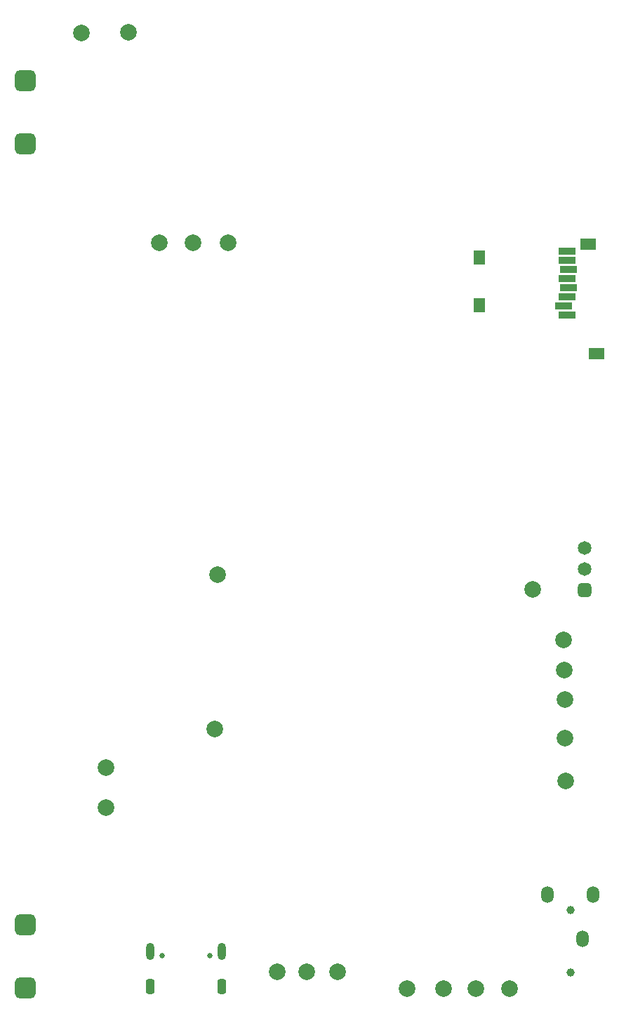
<source format=gbr>
%TF.GenerationSoftware,KiCad,Pcbnew,9.0.0*%
%TF.CreationDate,2025-08-08T14:04:17-04:00*%
%TF.ProjectId,Messages4,4d657373-6167-4657-9334-2e6b69636164,rev?*%
%TF.SameCoordinates,Original*%
%TF.FileFunction,Soldermask,Bot*%
%TF.FilePolarity,Negative*%
%FSLAX46Y46*%
G04 Gerber Fmt 4.6, Leading zero omitted, Abs format (unit mm)*
G04 Created by KiCad (PCBNEW 9.0.0) date 2025-08-08 14:04:17*
%MOMM*%
%LPD*%
G01*
G04 APERTURE LIST*
G04 Aperture macros list*
%AMRoundRect*
0 Rectangle with rounded corners*
0 $1 Rounding radius*
0 $2 $3 $4 $5 $6 $7 $8 $9 X,Y pos of 4 corners*
0 Add a 4 corners polygon primitive as box body*
4,1,4,$2,$3,$4,$5,$6,$7,$8,$9,$2,$3,0*
0 Add four circle primitives for the rounded corners*
1,1,$1+$1,$2,$3*
1,1,$1+$1,$4,$5*
1,1,$1+$1,$6,$7*
1,1,$1+$1,$8,$9*
0 Add four rect primitives between the rounded corners*
20,1,$1+$1,$2,$3,$4,$5,0*
20,1,$1+$1,$4,$5,$6,$7,0*
20,1,$1+$1,$6,$7,$8,$9,0*
20,1,$1+$1,$8,$9,$2,$3,0*%
G04 Aperture macros list end*
%ADD10C,2.000000*%
%ADD11RoundRect,0.635000X-0.635000X-0.635000X0.635000X-0.635000X0.635000X0.635000X-0.635000X0.635000X0*%
%ADD12RoundRect,0.635000X0.635000X0.635000X-0.635000X0.635000X-0.635000X-0.635000X0.635000X-0.635000X0*%
%ADD13RoundRect,0.412500X0.412500X-0.412500X0.412500X0.412500X-0.412500X0.412500X-0.412500X-0.412500X0*%
%ADD14C,1.650000*%
%ADD15C,0.990600*%
%ADD16O,1.498600X2.006600*%
%ADD17C,0.650000*%
%ADD18O,1.000000X2.100000*%
%ADD19RoundRect,0.250000X-0.250000X-0.650000X0.250000X-0.650000X0.250000X0.650000X-0.250000X0.650000X0*%
%ADD20R,1.397000X1.803400*%
%ADD21R,1.905000X1.397000*%
%ADD22R,2.006600X0.812800*%
G04 APERTURE END LIST*
D10*
%TO.C,-OUTL*%
X91175000Y-184500000D03*
%TD*%
%TO.C,-OUTR*%
X95025000Y-184500000D03*
%TD*%
%TO.C,+OUTR*%
X99125000Y-184500000D03*
%TD*%
%TO.C,+OUTL*%
X86750000Y-184500000D03*
%TD*%
%TO.C,OUTL1*%
X105925000Y-159450000D03*
%TD*%
%TO.C,GND1*%
X50400000Y-162675000D03*
%TD*%
%TO.C,5V1*%
X63550000Y-153175000D03*
%TD*%
D11*
%TO.C,F1*%
X40700000Y-184477500D03*
X40700000Y-176857500D03*
D12*
X40695000Y-82582500D03*
X40695000Y-74962500D03*
%TD*%
D13*
%TO.C,RV1*%
X108137500Y-136440000D03*
D14*
X108137500Y-133900000D03*
X108137500Y-131360000D03*
%TD*%
D10*
%TO.C,LRCK1*%
X105700000Y-146075000D03*
%TD*%
%TO.C,DRAIN1*%
X65150000Y-94500000D03*
%TD*%
%TO.C,+5V1*%
X78400000Y-182500000D03*
%TD*%
D15*
%TO.C,J2*%
X106450000Y-182590435D03*
X106450000Y-175090435D03*
D16*
X107950124Y-178490435D03*
X103699942Y-173190433D03*
X109199941Y-173190433D03*
%TD*%
D10*
%TO.C,VBUS1*%
X50400000Y-157850000D03*
%TD*%
%TO.C,OUTR1*%
X105825000Y-154350000D03*
%TD*%
%TO.C,HIV-1*%
X47425000Y-69250000D03*
%TD*%
%TO.C,DOUT1*%
X105650000Y-142500000D03*
%TD*%
%TO.C,BCK1*%
X105800000Y-149675000D03*
%TD*%
%TO.C,STG1*%
X60900000Y-94500000D03*
%TD*%
%TO.C,+3.3V1*%
X63900000Y-134625000D03*
%TD*%
D17*
%TO.C,J1*%
X57210000Y-180570000D03*
X62990000Y-180570000D03*
D18*
X55780000Y-180070000D03*
X64420000Y-180070000D03*
D19*
X55780000Y-184250000D03*
X64420000Y-184250000D03*
%TD*%
D10*
%TO.C,LAMP1*%
X74675000Y-182525000D03*
%TD*%
%TO.C,PWM1*%
X53175000Y-69150000D03*
%TD*%
%TO.C,GND2*%
X71050000Y-182525000D03*
%TD*%
%TO.C,HIV+1*%
X56900000Y-94500000D03*
%TD*%
%TO.C,DAC_MONO1*%
X101925000Y-136400000D03*
%TD*%
D20*
%TO.C,J3*%
X95478399Y-96350000D03*
X95478399Y-102050001D03*
D21*
X108628401Y-94750000D03*
X109628401Y-107900002D03*
D22*
X106028401Y-103240001D03*
X105628402Y-102139927D03*
X106028401Y-101040001D03*
X106228401Y-99940000D03*
X106028401Y-98840000D03*
X106228401Y-97740000D03*
X106028401Y-96639999D03*
X106028401Y-95539999D03*
%TD*%
M02*

</source>
